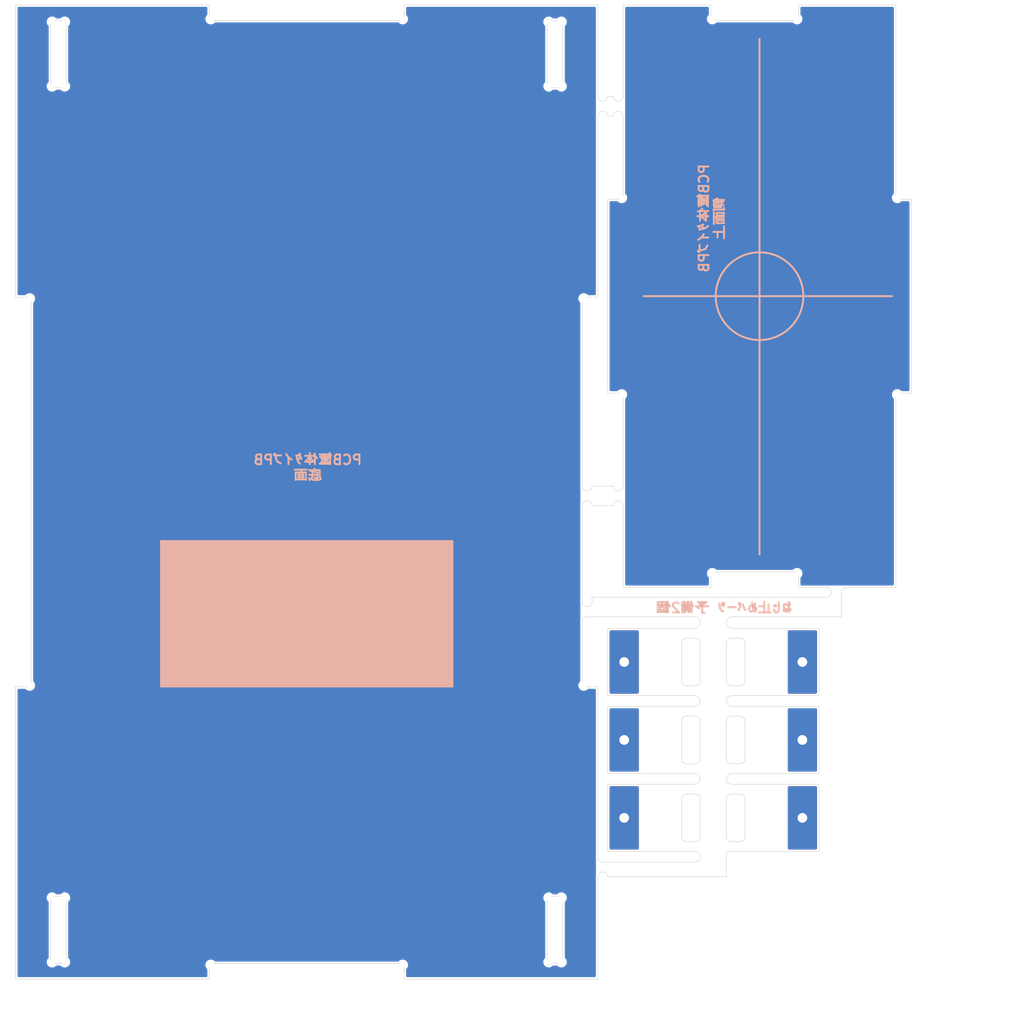
<source format=kicad_pcb>
(kicad_pcb (version 20221018) (generator pcbnew)
  (layers (0 "F.Cu" signal) (31 "B.Cu" signal) (34 "B.Paste" user) (35 "F.Paste" user) (36 "B.SilkS" user "B.Silkscreen") (37 "F.SilkS" user "F.Silkscreen") (38 "B.Mask" user) (39 "F.Mask" user) (44 "Edge.Cuts" user))
  (net 0 "")
  (net 1 "GND")
  (footprint "myFoot:kado_maru" (layer "F.Cu") (at 56.2 -8.5 90)
    (fp_text reference "r" hide)
    (fp_text value "h" hide)
    (pad "" np_thru_hole circle (at -0.15 -0.15 90) (size 0.6 0.6) (drill 0.6) (layers "F&B.Cu" "*.Mask"))
  )
  (footprint "myFoot:kado_maru" (layer "F.Cu") (at 56.2 -98.4 90)
    (fp_text reference "r" hide)
    (fp_text value "h" hide)
    (pad "" np_thru_hole circle (at -0.15 -0.15 90) (size 0.6 0.6) (drill 0.6) (layers "F&B.Cu" "*.Mask"))
  )
  (footprint "myFoot:kado_maru" (layer "F.Cu") (at 19.9 -1.6 180)
    (fp_text reference "r" hide)
    (fp_text value "h" hide)
    (pad "" np_thru_hole circle (at -0.15 -0.15 180) (size 0.6 0.6) (drill 0.6) (layers "F&B.Cu" "*.Mask"))
  )
  (footprint "myFoot:kado_maru" (layer "F.Cu") (at 90.4 -60.15 180)
    (fp_text reference "r" hide)
    (fp_text value "h" hide)
    (pad "" np_thru_hole circle (at -0.15 -0.15 180) (size 0.6 0.6) (drill 0.6) (layers "F&B.Cu" "*.Mask"))
  )
  (footprint "myFoot:kado_maru" (layer "F.Cu") (at 39.9 -98.4)
    (fp_text reference "r" hide)
    (fp_text value "h" hide)
    (pad "" np_thru_hole circle (at -0.15 -0.15) (size 0.6 0.6) (drill 0.6) (layers "F&B.Cu" "*.Mask"))
  )
  (footprint "myFoot:kado_maru" (layer "F.Cu") (at 58.2 -70 180)
    (fp_text reference "r" hide)
    (fp_text value "h" hide)
    (pad "" np_thru_hole circle (at -0.15 -0.15 180) (size 0.6 0.6) (drill 0.6) (layers "F&B.Cu" "*.Mask"))
  )
  (footprint "myFoot:kado_maru" (layer "F.Cu") (at 5.2 -98.4 90)
    (fp_text reference "r" hide)
    (fp_text value "h" hide)
    (pad "" np_thru_hole circle (at -0.15 -0.15 90) (size 0.6 0.6) (drill 0.6) (layers "F&B.Cu" "*.Mask"))
  )
  (footprint "myFoot:Hole_0.4mm" (layer "F.Cu") (at 65.8 -24.5)
    (fp_text reference "r" hide)
    (fp_text value "h" hide)
    (pad "" np_thru_hole circle (at 0 0) (size 2.6 2.6) (drill 2.6) (layers "F&B.Cu" "*.Mask"))
  )
  (footprint "myFoot:kado_maru" (layer "F.Cu") (at 3.6 -91.5 -90)
    (fp_text reference "r" hide)
    (fp_text value "h" hide)
    (pad "" np_thru_hole circle (at -0.15 -0.15 270) (size 0.6 0.6) (drill 0.6) (layers "F&B.Cu" "*.Mask"))
  )
  (footprint "myFoot:kado_maru" (layer "F.Cu") (at 80.4 -41.8 90)
    (fp_text reference "r" hide)
    (fp_text value "h" hide)
    (pad "" np_thru_hole circle (at -0.15 -0.15 90) (size 0.6 0.6) (drill 0.6) (layers "F&B.Cu" "*.Mask"))
  )
  (footprint "myFoot:my_pad_6-2mm" (layer "F.Cu") (at 62.5 -16.55 180)
    (fp_text reference "*" hide)
    (fp_text value "p" hide)
    (pad "1" thru_hole roundrect (at 0 0 180) (size 3 6.5) (drill 1) (layers "*.Cu" "*.Mask") (roundrect_rratio 0.05) (net 1 "GND"))
  )
  (footprint "myFoot:kado_maru" (layer "F.Cu") (at 62.4 -80.05)
    (fp_text reference "r" hide)
    (fp_text value "h" hide)
    (pad "" np_thru_hole circle (at -0.15 -0.15) (size 0.6 0.6) (drill 0.6) (layers "F&B.Cu" "*.Mask"))
  )
  (footprint "myFoot:kado_maru" (layer "F.Cu") (at 62.4 -60.15 90)
    (fp_text reference "r" hide)
    (fp_text value "h" hide)
    (pad "" np_thru_hole circle (at -0.15 -0.15 90) (size 0.6 0.6) (drill 0.6) (layers "F&B.Cu" "*.Mask"))
  )
  (footprint "myFoot:kado_maru" (layer "F.Cu") (at 1.6 -70 90)
    (fp_text reference "r" hide)
    (fp_text value "h" hide)
    (pad "" np_thru_hole circle (at -0.15 -0.15 90) (size 0.6 0.6) (drill 0.6) (layers "F&B.Cu" "*.Mask"))
  )
  (footprint "myFoot:kado_maru" (layer "F.Cu") (at 5.2 -1.6)
    (fp_text reference "r" hide)
    (fp_text value "h" hide)
    (pad "" np_thru_hole circle (at -0.15 -0.15) (size 0.6 0.6) (drill 0.6) (layers "F&B.Cu" "*.Mask"))
  )
  (footprint "myFoot:kado_maru" (layer "F.Cu") (at 80.4 -98.4)
    (fp_text reference "r" hide)
    (fp_text value "h" hide)
    (pad "" np_thru_hole circle (at -0.15 -0.15) (size 0.6 0.6) (drill 0.6) (layers "F&B.Cu" "*.Mask"))
  )
  (footprint "myFoot:Hole_0.4mm" (layer "F.Cu") (at 77.5 -16.6 180)
    (fp_text reference "r" hide)
    (fp_text value "h" hide)
    (pad "" np_thru_hole circle (at 0 0 180) (size 2.6 2.6) (drill 2.6) (layers "F&B.Cu" "*.Mask"))
  )
  (footprint "myFoot:kado_maru" (layer "F.Cu") (at 5.2 -91.5)
    (fp_text reference "r" hide)
    (fp_text value "h" hide)
    (pad "" np_thru_hole circle (at -0.15 -0.15) (size 0.6 0.6) (drill 0.6) (layers "F&B.Cu" "*.Mask"))
  )
  (footprint "myFoot:kado_maru" (layer "F.Cu") (at 3.6 -98.4 180)
    (fp_text reference "r" hide)
    (fp_text value "h" hide)
    (pad "" np_thru_hole circle (at -0.15 -0.15 180) (size 0.6 0.6) (drill 0.6) (layers "F&B.Cu" "*.Mask"))
  )
  (footprint "myFoot:kado_maru" (layer "F.Cu") (at 71.4 -41.8 180)
    (fp_text reference "r" hide)
    (fp_text value "h" hide)
    (pad "" np_thru_hole circle (at -0.15 -0.15 180) (size 0.6 0.6) (drill 0.6) (layers "F&B.Cu" "*.Mask"))
  )
  (footprint "myFoot:kado_maru" (layer "F.Cu") (at 54.6 -8.5 180)
    (fp_text reference "r" hide)
    (fp_text value "h" hide)
    (pad "" np_thru_hole circle (at -0.15 -0.15 180) (size 0.6 0.6) (drill 0.6) (layers "F&B.Cu" "*.Mask"))
  )
  (footprint "myFoot:kado_maru" (layer "F.Cu") (at 56.2 -1.6)
    (fp_text reference "r" hide)
    (fp_text value "h" hide)
    (pad "" np_thru_hole circle (at -0.15 -0.15) (size 0.6 0.6) (drill 0.6) (layers "F&B.Cu" "*.Mask"))
  )
  (footprint "myFoot:kado_maru" (layer "F.Cu") (at 58.2 -30 -90)
    (fp_text reference "r" hide)
    (fp_text value "h" hide)
    (pad "" np_thru_hole circle (at -0.15 -0.15 270) (size 0.6 0.6) (drill 0.6) (layers "F&B.Cu" "*.Mask"))
  )
  (footprint "myFoot:kado_maru" (layer "F.Cu") (at 71.4 -98.4 -90)
    (fp_text reference "r" hide)
    (fp_text value "h" hide)
    (pad "" np_thru_hole circle (at -0.15 -0.15 270) (size 0.6 0.6) (drill 0.6) (layers "F&B.Cu" "*.Mask"))
  )
  (footprint "myFoot:Hole_0.4mm" (layer "F.Cu") (at 77.5 -24.6 180)
    (fp_text reference "r" hide)
    (fp_text value "h" hide)
    (pad "" np_thru_hole circle (at 0 0 180) (size 2.6 2.6) (drill 2.6) (layers "F&B.Cu" "*.Mask"))
  )
  (footprint "myFoot:kado_maru" (layer "F.Cu") (at 39.9 -1.6 90)
    (fp_text reference "r" hide)
    (fp_text value "h" hide)
    (pad "" np_thru_hole circle (at -0.15 -0.15 90) (size 0.6 0.6) (drill 0.6) (layers "F&B.Cu" "*.Mask"))
  )
  (footprint "myFoot:kado_maru" (layer "F.Cu") (at 5.2 -8.5 90)
    (fp_text reference "r" hide)
    (fp_text value "h" hide)
    (pad "" np_thru_hole circle (at -0.15 -0.15 90) (size 0.6 0.6) (drill 0.6) (layers "F&B.Cu" "*.Mask"))
  )
  (footprint "myFoot:my_pad_6-2mm" (layer "F.Cu") (at 62.5 -24.55 180)
    (fp_text reference "*" hide)
    (fp_text value "p" hide)
    (pad "1" thru_hole roundrect (at 0 0 180) (size 3 6.5) (drill 1) (layers "*.Cu" "*.Mask") (roundrect_rratio 0.05) (net 1 "GND"))
  )
  (footprint "myFoot:kado_maru" (layer "F.Cu") (at 3.6 -1.6 -90)
    (fp_text reference "r" hide)
    (fp_text value "h" hide)
    (pad "" np_thru_hole circle (at -0.15 -0.15 270) (size 0.6 0.6) (drill 0.6) (layers "F&B.Cu" "*.Mask"))
  )
  (footprint "myFoot:kado_maru" (layer "F.Cu") (at 19.9 -98.4 -90)
    (fp_text reference "r" hide)
    (fp_text value "h" hide)
    (pad "" np_thru_hole circle (at -0.15 -0.15 270) (size 0.6 0.6) (drill 0.6) (layers "F&B.Cu" "*.Mask"))
  )
  (footprint "myFoot:kado_maru" (layer "F.Cu") (at 56.2 -91.5)
    (fp_text reference "r" hide)
    (fp_text value "h" hide)
    (pad "" np_thru_hole circle (at -0.15 -0.15) (size 0.6 0.6) (drill 0.6) (layers "F&B.Cu" "*.Mask"))
  )
  (footprint "myFoot:kado_maru" (layer "F.Cu") (at 54.6 -1.6 -90)
    (fp_text reference "r" hide)
    (fp_text value "h" hide)
    (pad "" np_thru_hole circle (at -0.15 -0.15 270) (size 0.6 0.6) (drill 0.6) (layers "F&B.Cu" "*.Mask"))
  )
  (footprint "myFoot:Hole_0.4mm" (layer "F.Cu") (at 65.8 -32.5)
    (fp_text reference "r" hide)
    (fp_text value "h" hide)
    (pad "" np_thru_hole circle (at 0 0) (size 2.6 2.6) (drill 2.6) (layers "F&B.Cu" "*.Mask"))
  )
  (footprint "myFoot:my_pad_6-2mm" (layer "F.Cu") (at 80.8 -16.55 180)
    (fp_text reference "*" hide)
    (fp_text value "p" hide)
    (pad "1" thru_hole roundrect (at 0 0 180) (size 3 6.5) (drill 1) (layers "*.Cu" "*.Mask") (roundrect_rratio 0.05) (net 1 "GND"))
  )
  (footprint "myFoot:kado_maru" (layer "F.Cu") (at 90.4 -80.05 -90)
    (fp_text reference "r" hide)
    (fp_text value "h" hide)
    (pad "" np_thru_hole circle (at -0.15 -0.15 270) (size 0.6 0.6) (drill 0.6) (layers "F&B.Cu" "*.Mask"))
  )
  (footprint "myFoot:kado_maru" (layer "F.Cu") (at 3.6 -8.5 180)
    (fp_text reference "r" hide)
    (fp_text value "h" hide)
    (pad "" np_thru_hole circle (at -0.15 -0.15 180) (size 0.6 0.6) (drill 0.6) (layers "F&B.Cu" "*.Mask"))
  )
  (footprint "myFoot:Hole_0.4mm" (layer "F.Cu") (at 65.8 -16.5)
    (fp_text reference "r" hide)
    (fp_text value "h" hide)
    (pad "" np_thru_hole circle (at 0 0) (size 2.6 2.6) (drill 2.6) (layers "F&B.Cu" "*.Mask"))
  )
  (footprint "myFoot:my_pad_6-2mm" (layer "F.Cu") (at 62.5 -32.55 180)
    (fp_text reference "*" hide)
    (fp_text value "p" hide)
    (pad "1" thru_hole roundrect (at 0 0 180) (size 3 6.5) (drill 1) (layers "*.Cu" "*.Mask") (roundrect_rratio 0.05) (net 1 "GND"))
  )
  (footprint "myFoot:kado_maru" (layer "F.Cu") (at 1.6 -30)
    (fp_text reference "r" hide)
    (fp_text value "h" hide)
    (pad "" np_thru_hole circle (at -0.15 -0.15) (size 0.6 0.6) (drill 0.6) (layers "F&B.Cu" "*.Mask"))
  )
  (footprint "myFoot:my_pad_6-2mm" (layer "F.Cu") (at 80.8 -24.55 180)
    (fp_text reference "*" hide)
    (fp_text value "p" hide)
    (pad "1" thru_hole roundrect (at 0 0 180) (size 3 6.5) (drill 1) (layers "*.Cu" "*.Mask") (roundrect_rratio 0.05) (net 1 "GND"))
  )
  (footprint "myFoot:kado_maru" (layer "F.Cu") (at 54.6 -98.4 180)
    (fp_text reference "r" hide)
    (fp_text value "h" hide)
    (pad "" np_thru_hole circle (at -0.15 -0.15 180) (size 0.6 0.6) (drill 0.6) (layers "F&B.Cu" "*.Mask"))
  )
  (footprint "myFoot:my_pad_6-2mm" (layer "F.Cu") (at 80.8 -32.55 180)
    (fp_text reference "*" hide)
    (fp_text value "p" hide)
    (pad "1" thru_hole roundrect (at 0 0 180) (size 3 6.5) (drill 1) (layers "*.Cu" "*.Mask") (roundrect_rratio 0.05) (net 1 "GND"))
  )
  (footprint "myFoot:kado_maru" (layer "F.Cu") (at 54.6 -91.5 -90)
    (fp_text reference "r" hide)
    (fp_text value "h" hide)
    (pad "" np_thru_hole circle (at -0.15 -0.15 270) (size 0.6 0.6) (drill 0.6) (layers "F&B.Cu" "*.Mask"))
  )
  (footprint "myFoot:Hole_0.4mm" (layer "F.Cu") (at 77.5 -32.6 180)
    (fp_text reference "r" hide)
    (fp_text value "h" hide)
    (pad "" np_thru_hole circle (at 0 0 180) (size 2.6 2.6) (drill 2.6) (layers "F&B.Cu" "*.Mask"))
  )
  (footprint "myFoot:my_pad_6-2mm" (layer "B.Cu") (at 63.2 -79.2 180)
    (fp_text reference "*" hide)
    (fp_text value "p" hide)
    (pad "1" smd circle (at 0 0 180) (size 0.5 0.5) (layers "B.Cu" "B.Mask") (net 1 "GND"))
    (pad "1" smd circle (at 0 0 180) (size 0.5 0.5) (layers "B.Cu" "B.Mask") (net 1 "GND"))
  )
  (footprint "myFoot:my_pad_6-2mm" (layer "B.Cu") (at 53.4 -95 180)
    (fp_text reference "*" hide)
    (fp_text value "p" hide)
    (pad "1" smd circle (at 0 0 180) (size 0.5 0.5) (layers "B.Cu" "B.Mask") (net 1 "GND"))
    (pad "1" smd circle (at 0 0 180) (size 0.5 0.5) (layers "B.Cu" "B.Mask") (net 1 "GND"))
  )
  (gr_circle (center 76.4 -70.1) (end 80.9 -70.1) (stroke (width 0.2)) (fill none) (layer "B.SilkS"))
  (gr_rect (start 14.9 -45) (end 44.9 -30) (stroke (width 0.12)) (fill solid) (layer "B.SilkS"))
  (gr_line (start 64.5 -70.1) (end 90 -70.1) (stroke (width 0.2)) (layer "B.SilkS"))
  (gr_line (start 76.4 -43.6) (end 76.4 -96.5) (stroke (width 0.2)) (layer "B.SilkS"))
  (gr_line (start 0 -70) (end 0 -100) (stroke (width 0.05)) (layer "Edge.Cuts"))
  (gr_line (start 68.9 -27) (end 69.8 -27) (stroke (width 0.05)) (layer "Edge.Cuts"))
  (gr_arc (start 73 -26.5) (mid 73.146447 -26.853553) (end 73.5 -27) (stroke (width 0.05)) (layer "Edge.Cuts"))
  (gr_line (start 68.4 -26.5) (end 68.4 -22.6) (stroke (width 0.05)) (layer "Edge.Cuts"))
  (gr_arc (start 58.2 -48.6) (mid 58.7 -49.1) (end 59.2 -48.6) (stroke (width 0.05)) (layer "Edge.Cuts"))
  (gr_line (start 74.9 -30.6) (end 74.9 -34.5) (stroke (width 0.05)) (layer "Edge.Cuts"))
  (gr_line (start 60.8 -60.15) (end 62.4 -60.15) (stroke (width 0.05)) (layer "Edge.Cuts"))
  (gr_arc (start 74.4 -35) (mid 74.753553 -34.853553) (end 74.9 -34.5) (stroke (width 0.05)) (layer "Edge.Cuts"))
  (gr_line (start 73 -26.5) (end 73 -22.6) (stroke (width 0.05)) (layer "Edge.Cuts"))
  (gr_line (start 74.9 -14.6) (end 74.9 -18.5) (stroke (width 0.05)) (layer "Edge.Cuts"))
  (gr_arc (start 59.8 -88.6) (mid 60.3 -89.1) (end 60.8 -88.6) (stroke (width 0.05)) (layer "Edge.Cuts"))
  (gr_line (start 71.4 -40.2) (end 71.4 -41.8) (stroke (width 0.05)) (layer "Edge.Cuts"))
  (gr_arc (start 74.9 -14.6) (mid 74.753553 -14.246447) (end 74.4 -14.1) (stroke (width 0.05)) (layer "Edge.Cuts"))
  (gr_line (start 62.4 -90.6) (end 62.4 -100) (stroke (width 0.05)) (layer "Edge.Cuts"))
  (gr_arc (start 74.4 -19) (mid 74.753553 -18.853553) (end 74.9 -18.5) (stroke (width 0.05)) (layer "Edge.Cuts"))
  (gr_arc (start 68.4 -18.5) (mid 68.546447 -18.853553) (end 68.9 -19) (stroke (width 0.05)) (layer "Edge.Cuts"))
  (gr_arc (start 73.5 -30.1) (mid 73.146447 -30.246447) (end 73 -30.6) (stroke (width 0.05)) (layer "Edge.Cuts"))
  (gr_line (start 60.8 -20) (end 60.8 -13.1) (stroke (width 0.05)) (layer "Edge.Cuts"))
  (gr_arc (start 68.4 -34.5) (mid 68.546447 -34.853553) (end 68.9 -35) (stroke (width 0.05)) (layer "Edge.Cuts"))
  (gr_arc (start 58.2 -36.7) (mid 58.346447 -37.053553) (end 58.7 -37.2) (stroke (width 0.05)) (layer "Edge.Cuts"))
  (gr_line (start 69.75 -12) (end 60.3 -12) (stroke (width 0.05)) (layer "Edge.Cuts"))
  (gr_line (start 68.9 -19) (end 69.8 -19) (stroke (width 0.05)) (layer "Edge.Cuts"))
  (gr_line (start 56.2 -1.6) (end 56.2 -8.5) (stroke (width 0.05)) (layer "Edge.Cuts"))
  (gr_arc (start 60.3 -11) (mid 60.653553 -10.853553) (end 60.8 -10.5) (stroke (width 0.05)) (layer "Edge.Cuts"))
  (gr_line (start 59.8 -24.1) (end 59.8 -30) (stroke (width 0.05)) (layer "Edge.Cuts"))
  (gr_line (start 39.9 -100) (end 39.9 -98.4) (stroke (width 0.05)) (layer "Edge.Cuts"))
  (gr_line (start 54.6 -1.6) (end 56.2 -1.6) (stroke (width 0.05)) (layer "Edge.Cuts"))
  (gr_line (start 82.5 -36) (end 73.6 -36) (stroke (width 0.05)) (layer "Edge.Cuts"))
  (gr_arc (start 70.3 -14.6) (mid 70.153553 -14.246447) (end 69.8 -14.1) (stroke (width 0.05)) (layer "Edge.Cuts"))
  (gr_arc (start 61.4 -48.6) (mid 61.9 -49.1) (end 62.4 -48.6) (stroke (width 0.05)) (layer "Edge.Cuts"))
  (gr_arc (start 62.4 -50.6) (mid 61.9 -50.1) (end 61.4 -50.6) (stroke (width 0.05)) (layer "Edge.Cuts"))
  (gr_line (start 73 -34.5) (end 73 -30.6) (stroke (width 0.05)) (layer "Edge.Cuts"))
  (gr_line (start 61.4 -50.6) (end 59.2 -50.6) (stroke (width 0.05)) (layer "Edge.Cuts"))
  (gr_line (start 73 -13.1) (end 82.5 -13.1) (stroke (width 0.05)) (layer "Edge.Cuts"))
  (gr_line (start 0 -70) (end 1.6 -70) (stroke (width 0.05)) (layer "Edge.Cuts"))
  (gr_line (start 70.3 -14.6) (end 70.3 -18.5) (stroke (width 0.05)) (layer "Edge.Cuts"))
  (gr_line (start 68.4 -18.5) (end 68.4 -14.6) (stroke (width 0.05)) (layer "Edge.Cuts"))
  (gr_line (start 73.5 -14.1) (end 74.4 -14.1) (stroke (width 0.05)) (layer "Edge.Cuts"))
  (gr_line (start 58.2 -50.6) (end 58.2 -70) (stroke (width 0.05)) (layer "Edge.Cuts"))
  (gr_arc (start 60.8 -90.6) (mid 60.3 -90.1) (end 59.8 -90.6) (stroke (width 0.05)) (layer "Edge.Cuts"))
  (gr_line (start 0 -30) (end 0 0) (stroke (width 0.05)) (layer "Edge.Cuts"))
  (gr_line (start 62.4 -48.6) (end 62.4 -40.2) (stroke (width 0.05)) (layer "Edge.Cuts"))
  (gr_line (start 3.6 -98.4) (end 3.6 -91.5) (stroke (width 0.05)) (layer "Edge.Cuts"))
  (gr_line (start 73.55 -21.1) (end 82.5 -21.1) (stroke (width 0.05)) (layer "Edge.Cuts"))
  (gr_line (start 58.2 -38.7) (end 58.2 -48.6) (stroke (width 0.05)) (layer "Edge.Cuts"))
  (gr_arc (start 83.3 -40.2) (mid 83.653554 -40.053554) (end 83.8 -39.7) (stroke (width 0.05)) (layer "Edge.Cuts"))
  (gr_line (start 60.8 -13.1) (end 69.75 -13.1) (stroke (width 0.05)) (layer "Edge.Cuts"))
  (gr_line (start 0 -30) (end 1.6 -30) (stroke (width 0.05)) (layer "Edge.Cuts"))
  (gr_line (start 73.5 -30.1) (end 74.4 -30.1) (stroke (width 0.05)) (layer "Edge.Cuts"))
  (gr_line (start 59.2 -38.7) (end 59.2 -39.2) (stroke (width 0.05)) (layer "Edge.Cuts"))
  (gr_arc (start 73.5 -14.1) (mid 73.146447 -14.246447) (end 73 -14.6) (stroke (width 0.05)) (layer "Edge.Cuts"))
  (gr_line (start 74.9 -22.6) (end 74.9 -26.5) (stroke (width 0.05)) (layer "Edge.Cuts"))
  (gr_line (start 68.9 -14.1) (end 69.8 -14.1) (stroke (width 0.05)) (layer "Edge.Cuts"))
  (gr_line (start 60.8 -80.05) (end 60.8 -60.15) (stroke (width 0.05)) (layer "Edge.Cuts"))
  (gr_line (start 83.3 -39.2) (end 59.2 -39.2) (stroke (width 0.05)) (layer "Edge.Cuts"))
  (gr_line (start 71.4 -98.4) (end 80.4 -98.4) (stroke (width 0.05)) (layer "Edge.Cuts"))
  (gr_line (start 3.6 -8.5) (end 5.2 -8.5) (stroke (width 0.05)) (layer "Edge.Cuts"))
  (gr_line (start 19.9 -100) (end 19.9 -98.4) (stroke (width 0.05)) (layer "Edge.Cuts"))
  (gr_line (start 68.9 -22.1) (end 69.8 -22.1) (stroke (width 0.05)) (layer "Edge.Cuts"))
  (gr_arc (start 70.3 -30.6) (mid 70.153553 -30.246447) (end 69.8 -30.1) (stroke (width 0.05)) (layer "Edge.Cuts"))
  (gr_arc (start 73.55 -20) (mid 73 -20.55) (end 73.55 -21.1) (stroke (width 0.05)) (layer "Edge.Cuts"))
  (gr_line (start 59.8 -12.5) (end 59.8 -24.1) (stroke (width 0.05)) (layer "Edge.Cuts"))
  (gr_arc (start 70.3 -22.6) (mid 70.153553 -22.246447) (end 69.8 -22.1) (stroke (width 0.05)) (layer "Edge.Cuts"))
  (gr_line (start 54.6 -8.5) (end 56.2 -8.5) (stroke (width 0.05)) (layer "Edge.Cuts"))
  (gr_arc (start 69.75 -29.1) (mid 70.3 -28.55) (end 69.75 -28) (stroke (width 0.05)) (layer "Edge.Cuts"))
  (gr_line (start 90.4 -80.05) (end 92 -80.05) (stroke (width 0.05)) (layer "Edge.Cuts"))
  (gr_line (start 56.2 -98.4) (end 56.2 -91.5) (stroke (width 0.05)) (layer "Edge.Cuts"))
  (gr_arc (start 62.4 -90.6) (mid 61.9 -90.1) (end 61.4 -90.6) (stroke (width 0.05)) (layer "Edge.Cuts"))
  (gr_line (start 19.9 0) (end 0 0) (stroke (width 0.05)) (layer "Edge.Cuts"))
  (gr_line (start 59.8 -30) (end 58.2 -30) (stroke (width 0.05)) (layer "Edge.Cuts"))
  (gr_line (start 39.9 -1.6) (end 39.9 0) (stroke (width 0.05)) (layer "Edge.Cuts"))
  (gr_line (start 54.6 -1.6) (end 54.6 -8.5) (stroke (width 0.05)) (layer "Edge.Cuts"))
  (gr_line (start 60.8 -21.1) (end 69.75 -21.1) (stroke (width 0.05)) (layer "Edge.Cuts"))
  (gr_line (start 73.55 -29.1) (end 82.5 -29.1) (stroke (width 0.05)) (layer "Edge.Cuts"))
  (gr_line (start 60.8 -10.5) (end 73 -10.5) (stroke (width 0.05)) (layer "Edge.Cuts"))
  (gr_arc (start 61.4 -88.6) (mid 61.9 -89.1) (end 62.4 -88.6) (stroke (width 0.05)) (layer "Edge.Cuts"))
  (gr_line (start 59.8 -90.6) (end 59.8 -100) (stroke (width 0.05)) (layer "Edge.Cuts"))
  (gr_line (start 62.4 -50.6) (end 62.4 -60.15) (stroke (width 0.05)) (layer "Edge.Cuts"))
  (gr_line (start 60.8 -36) (end 60.8 -29.1) (stroke (width 0.05)) (layer "Edge.Cuts"))
  (gr_line (start 80.4 -100) (end 80.4 -98.4) (stroke (width 0.05)) (layer "Edge.Cuts"))
  (gr_line (start 1.6 -30) (end 1.6 -70) (stroke (width 0.05)) (layer "Edge.Cuts"))
  (gr_line (start 19.9 -98.4) (end 39.9 -98.4) (stroke (width 0.05)) (layer "Edge.Cuts"))
  (gr_line (start 59.8 -88.6) (end 59.8 -70) (stroke (width 0.05)) (layer "Edge.Cuts"))
  (gr_arc (start 59.2 -50.6) (mid 58.7 -50.1) (end 58.2 -50.6) (stroke (width 0.05)) (layer "Edge.Cuts"))
  (gr_line (start 58.2 -36.7) (end 58.2 -30) (stroke (width 0.05)) (layer "Edge.Cuts"))
  (gr_arc (start 84.8 -39.7) (mid 84.946447 -40.053553) (end 85.3 -40.2) (stroke (width 0.05)) (layer "Edge.Cuts"))
  (gr_arc (start 74.9 -30.6) (mid 74.753553 -30.246447) (end 74.4 -30.1) (stroke (width 0.05)) (layer "Edge.Cuts"))
  (gr_line (start 60.8 -28) (end 60.8 -21.1) (stroke (width 0.05)) (layer "Edge.Cuts"))
  (gr_line (start 73.6 -37.2) (end 84.8 -37.2) (stroke (width 0.05)) (layer "Edge.Cuts"))
  (gr_line (start 69.7 -36) (end 60.8 -36) (stroke (width 0.05)) (layer "Edge.Cuts"))
  (gr_arc (start 73.6 -36) (mid 73 -36.6) (end 73.6 -37.2) (stroke (width 0.05)) (layer "Edge.Cuts"))
  (gr_line (start 73.5 -19) (end 74.4 -19) (stroke (width 0.05)) (layer "Edge.Cuts"))
  (gr_line (start 0 -100) (end 19.9 -100) (stroke (width 0.05)) (layer "Edge.Cuts"))
  (gr_line (start 58.7 -37.2) (end 69.7 -37.2) (stroke (width 0.05)) (layer "Edge.Cuts"))
  (gr_arc (start 69.8 -35) (mid 70.153553 -34.853553) (end 70.3 -34.5) (stroke (width 0.05)) (layer "Edge.Cuts"))
  (gr_line (start 54.6 -98.4) (end 56.2 -98.4) (stroke (width 0.05)) (layer "Edge.Cuts"))
  (gr_line (start 90.4 -100) (end 90.4 -80.05) (stroke (width 0.05)) (layer "Edge.Cuts"))
  (gr_line (start 71.4 -98.4) (end 71.4 -100) (stroke (width 0.05)) (layer "Edge.Cuts"))
  (gr_line (start 73.5 -27) (end 74.4 -27) (stroke (width 0.05)) (layer "Edge.Cuts"))
  (gr_line (start 62.4 -40.2) (end 71.4 -40.2) (stroke (width 0.05)) (layer "Edge.Cuts"))
  (gr_line (start 5.2 -98.4) (end 3.6 -98.4) (stroke (width 0.05)) (layer "Edge.Cuts"))
  (gr_arc (start 69.8 -19) (mid 70.153553 -18.853553) (end 70.3 -18.5) (stroke (width 0.05)) (layer "Edge.Cuts"))
  (gr_line (start 70.3 -22.6) (end 70.3 -26.5) (stroke (width 0.05)) (layer "Edge.Cuts"))
  (gr_line (start 83.3 -40.2) (end 80.4 -40.2) (stroke (width 0.05)) (layer "Edge.Cuts"))
  (gr_line (start 92 -80.05) (end 92 -60.15) (stroke (width 0.05)) (layer "Edge.Cuts"))
  (gr_line (start 54.6 -98.4) (end 54.6 -91.5) (stroke (width 0.05)) (layer "Edge.Cuts"))
  (gr_line (start 84.8 -39.7) (end 84.8 -37.2) (stroke (width 0.05)) (layer "Edge.Cuts"))
  (gr_line (start 82.5 -20) (end 73.55 -20) (stroke (width 0.05)) (layer "Edge.Cuts"))
  (gr_arc (start 74.4 -27) (mid 74.753553 -26.853553) (end 74.9 -26.5) (stroke (width 0.05)) (layer "Edge.Cuts"))
  (gr_line (start 62.4 -100) (end 71.4 -100) (stroke (width 0.05)) (layer "Edge.Cuts"))
  (gr_arc (start 73 -34.5) (mid 73.146447 -34.853553) (end 73.5 -35) (stroke (width 0.05)) (layer "Edge.Cuts"))
  (gr_line (start 68.9 -35) (end 69.8 -35) (stroke (width 0.05)) (layer "Edge.Cuts"))
  (gr_arc (start 68.9 -30.1) (mid 68.546447 -30.246447) (end 68.4 -30.6) (stroke (width 0.05)) (layer "Edge.Cuts"))
  (gr_line (start 73 -18.5) (end 73 -14.6) (stroke (width 0.05)) (layer "Edge.Cuts"))
  (gr_arc (start 68.9 -14.1) (mid 68.546447 -14.246447) (end 68.4 -14.6) (stroke (width 0.05)) (layer "Edge.Cuts"))
  (gr_line (start 70.3 -30.6) (end 70.3 -34.5) (stroke (width 0.05)) (layer "Edge.Cuts"))
  (gr_line (start 82.5 -29.1) (end 82.5 -36) (stroke (width 0.05)) (layer "Edge.Cuts"))
  (gr_line (start 5.2 -1.6) (end 3.6 -1.6) (stroke (width 0.05)) (layer "Edge.Cuts"))
  (gr_arc (start 69.7 -37.2) (mid 70.3 -36.6) (end 69.7 -36) (stroke (width 0.05)) (layer "Edge.Cuts"))
  (gr_line (start 90.4 -60.15) (end 92 -60.15) (stroke (width 0.05)) (layer "Edge.Cuts"))
  (gr_line (start 56.2 -91.5) (end 54.6 -91.5) (stroke (width 0.05)) (layer "Edge.Cuts"))
  (gr_arc (start 73.55 -28) (mid 73 -28.55) (end 73.55 -29.1) (stroke (width 0.05)) (layer "Edge.Cuts"))
  (gr_line (start 3.6 -1.6) (end 3.6 -8.5) (stroke (width 0.05)) (layer "Edge.Cuts"))
  (gr_line (start 68.4 -34.5) (end 68.4 -30.6) (stroke (width 0.05)) (layer "Edge.Cuts"))
  (gr_line (start 80.4 -100) (end 90.4 -100) (stroke (width 0.05)) (layer "Edge.Cuts"))
  (gr_line (start 90.4 -60.15) (end 90.4 -40.2) (stroke (width 0.05)) (layer "Edge.Cuts"))
  (gr_line (start 5.2 -1.6) (end 5.2 -8.5) (stroke (width 0.05)) (layer "Edge.Cuts"))
  (gr_line (start 69.75 -20) (end 60.8 -20) (stroke (width 0.05)) (layer "Edge.Cuts"))
  (gr_line (start 82.5 -21.1) (end 82.5 -28) (stroke (width 0.05)) (layer "Edge.Cuts"))
  (gr_line (start 73.5 -35) (end 74.4 -35) (stroke (width 0.05)) (layer "Edge.Cuts"))
  (gr_arc (start 68.9 -22.1) (mid 68.546447 -22.246447) (end 68.4 -22.6) (stroke (width 0.05)) (layer "Edge.Cuts"))
  (gr_line (start 19.9 -1.6) (end 19.9 0) (stroke (width 0.05)) (layer "Edge.Cuts"))
  (gr_line (start 73 -10.5) (end 73 -13.1) (stroke (width 0.05)) (layer "Edge.Cuts"))
  (gr_line (start 60.8 -29.1) (end 69.75 -29.1) (stroke (width 0.05)) (layer "Edge.Cuts"))
  (gr_arc (start 73.5 -22.1) (mid 73.146447 -22.246447) (end 73 -22.6) (stroke (width 0.05)) (layer "Edge.Cuts"))
  (gr_line (start 59.8 -70) (end 58.2 -70) (stroke (width 0.05)) (layer "Edge.Cuts"))
  (gr_line (start 62.4 -88.6) (end 62.4 -80.05) (stroke (width 0.05)) (layer "Edge.Cuts"))
  (gr_arc (start 74.9 -22.6) (mid 74.753553 -22.246447) (end 74.4 -22.1) (stroke (width 0.05)) (layer "Edge.Cuts"))
  (gr_line (start 59.8 0) (end 39.9 0) (stroke (width 0.05)) (layer "Edge.Cuts"))
  (gr_line (start 61.4 -88.6) (end 60.8 -88.6) (stroke (width 0.05)) (layer "Edge.Cuts"))
  (gr_line (start 80.4 -41.8) (end 80.4 -40.2) (stroke (width 0.05)) (layer "Edge.Cuts"))
  (gr_arc (start 59.8 -10.5) (mid 59.946447 -10.853553) (end 60.3 -11) (stroke (width 0.05)) (layer "Edge.Cuts"))
  (gr_arc (start 69.75 -21.1) (mid 70.3 -20.55) (end 69.75 -20) (stroke (width 0.05)) (layer "Edge.Cuts"))
  (gr_line (start 19.9 -1.6) (end 39.9 -1.6) (stroke (width 0.05)) (layer "Edge.Cuts"))
  (gr_arc (start 73 -18.5) (mid 73.146447 -18.853553) (end 73.5 -19) (stroke (width 0.05)) (layer "Edge.Cuts"))
  (gr_line (start 82.5 -28) (end 73.55 -28) (stroke (width 0.05)) (layer "Edge.Cuts"))
  (gr_line (start 61.4 -90.6) (end 60.8 -90.6) (stroke (width 0.05)) (layer "Edge.Cuts"))
  (gr_arc (start 69.8 -27) (mid 70.153553 -26.853553) (end 70.3 -26.5) (stroke (width 0.05)) (layer "Edge.Cuts"))
  (gr_line (start 73.5 -22.1) (end 74.4 -22.1) (stroke (width 0.05)) (layer "Edge.Cuts"))
  (gr_arc (start 68.4 -26.5) (mid 68.546447 -26.853553) (end 68.9 -27) (stroke (width 0.05)) (layer "Edge.Cuts"))
  (gr_arc (start 83.8 -39.7) (mid 83.653553 -39.346447) (end 83.3 -39.2) (stroke (width 0.05)) (layer "Edge.Cuts"))
  (gr_line (start 59.8 -10.5) (end 59.8 0) (stroke (width 0.05)) (layer "Edge.Cuts"))
  (gr_arc (start 69.75 -13.1) (mid 70.3 -12.55) (end 69.75 -12) (stroke (width 0.05)) (layer "Edge.Cuts"))
  (gr_line (start 61.4 -48.6) (end 59.2 -48.6) (stroke (width 0.05)) (layer "Edge.Cuts"))
  (gr_line (start 60.8 -80.05) (end 62.4 -80.05) (stroke (width 0.05)) (layer "Edge.Cuts"))
  (gr_line (start 5.2 -91.5) (end 3.6 -91.5) (stroke (width 0.05)) (layer "Edge.Cuts"))
  (gr_line (start 39.9 -100) (end 59.8 -100) (stroke (width 0.05)) (layer "Edge.Cuts"))
  (gr_line (start 5.2 -98.4) (end 5.2 -91.5) (stroke (width 0.05)) (layer "Edge.Cuts"))
  (gr_line (start 71.4 -41.8) (end 80.4 -41.8) (stroke (width 0.05)) (layer "Edge.Cuts"))
  (gr_line (start 68.9 -30.1) (end 69.8 -30.1) (stroke (width 0.05)) (layer "Edge.Cuts"))
  (gr_line (start 82.5 -13.1) (end 82.5 -20) (stroke (width 0.05)) (layer "Edge.Cuts"))
  (gr_arc (start 59.2 -38.7) (mid 58.7 -38.2) (end 58.2 -38.7) (stroke (width 0.05)) (layer "Edge.Cuts"))
  (gr_arc (start 60.3 -12) (mid 59.946447 -12.146447) (end 59.8 -12.5) (stroke (width 0.05)) (layer "Edge.Cuts"))
  (gr_line (start 85.3 -40.2) (end 90.4 -40.2) (stroke (width 0.05)) (layer "Edge.Cuts"))
  (gr_line (start 69.75 -28) (end 60.8 -28) (stroke (width 0.05)) (layer "Edge.Cuts"))
  (gr_text "PCB筐体タイプPB\n側面上" (at 71.5 -78.1 90) (layer "B.SilkS") (effects (font (size 1 1) (thickness 0.2) bold) (justify mirror)))
  (gr_text "PCB筐体タイプPB\n底面" (at 30 -52.5) (layer "B.SilkS") (effects (font (size 1 1) (thickness 0.2) bold) (justify mirror)))
  (gr_text "ねじ止めパーツ 予備2個" (at 72.8 -38.1) (layer "B.SilkS") (effects (font (size 1 1) (thickness 0.2) bold) (justify mirror)))
  (zone (net 0) (net_name "") (layers "F&B.Cu") (connect_pads yes (clearance 0)) (min_thickness 0.25)
    (keepout (tracks not_allowed) (vias not_allowed) (pads not_allowed) (copperpour not_allowed) (footprints allowed))
    (fill (thermal_gap 0.508) (thermal_bridge_width 0.508))
    (polygon (pts (xy 83 -9.5) (xy 60.5 -9.5) (xy 60.5 -36.5) (xy 83 -36.5)))
  )
  (zone (net 0) (net_name "") (layers "F&B.Cu") (connect_pads yes (clearance 0)) (min_thickness 0.25)
    (keepout (tracks not_allowed) (vias not_allowed) (pads not_allowed) (copperpour not_allowed) (footprints allowed))
    (fill (thermal_gap 0.508) (thermal_bridge_width 0.508))
    (polygon (pts (xy 62.6 -48.2) (xy 58 -48.2) (xy 58 -51.2) (xy 62.6 -51.2)))
  )
  (zone (net 0) (net_name "") (layers "F&B.Cu") (connect_pads yes (clearance 0)) (min_thickness 0.25)
    (keepout (tracks not_allowed) (vias not_allowed) (pads not_allowed) (copperpour not_allowed) (footprints allowed))
    (fill (thermal_gap 0.508) (thermal_bridge_width 0.508))
    (polygon (pts (xy 86.8 -36) (xy 58 -36) (xy 58 -40.4) (xy 86.8 -40.4)))
  )
  (zone (net 0) (net_name "") (layers "F&B.Cu") (connect_pads yes (clearance 0)) (min_thickness 0.25)
    (keepout (tracks not_allowed) (vias not_allowed) (pads not_allowed) (copperpour not_allowed) (footprints allowed))
    (fill (thermal_gap 0.508) (thermal_bridge_width 0.508))
    (polygon (pts (xy 61 -10) (xy 59.6 -10) (xy 59.6 -12.9) (xy 61 -12.9)))
  )
  (zone (net 0) (net_name "") (layers "F&B.Cu") (connect_pads yes (clearance 0)) (min_thickness 0.25)
    (keepout (tracks not_allowed) (vias not_allowed) (pads not_allowed) (copperpour not_allowed) (footprints allowed))
    (fill (thermal_gap 0.508) (thermal_bridge_width 0.508))
    (polygon (pts (xy 62.6 -88.2) (xy 59.6 -88.2) (xy 59.6 -91.2) (xy 62.6 -91.2)))
  )
  (zone (net 1) (net_name "GND") (layer "B.Cu") (connect_pads yes (clearance 0.25)) (min_thickness 0.25) (fill yes (thermal_gap 0.508) (thermal_bridge_width 0.508))
    (polygon (pts (xy 100.4 1.5) (xy -1.6 1.5) (xy -1.6 -100.5) (xy 100.4 -100.5)))
  )
)
</source>
